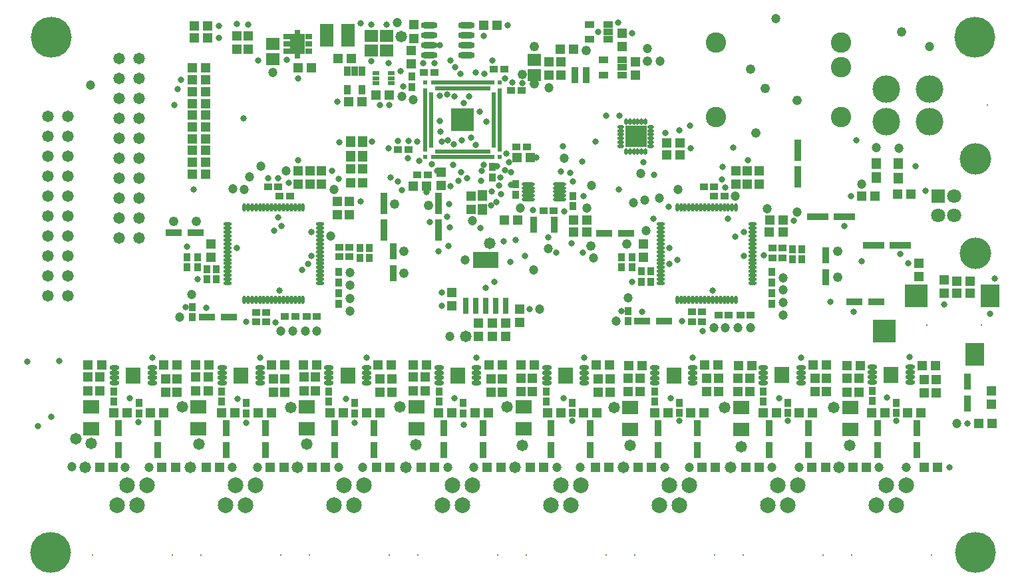
<source format=gts>
%FSLAX24Y24*%
%MOIN*%
G70*
G01*
G75*
G04 Layer_Color=8388736*
%ADD10R,0.0433X0.0394*%
%ADD11R,0.0591X0.1102*%
%ADD12R,0.0394X0.0433*%
%ADD13R,0.0709X0.0256*%
%ADD14R,0.0256X0.0709*%
%ADD15R,0.0256X0.1024*%
%ADD16R,0.1024X0.0256*%
%ADD17R,0.0276X0.0354*%
%ADD18C,0.0394*%
%ADD19R,0.0709X0.0630*%
%ADD20R,0.0354X0.0276*%
%ADD21O,0.0571X0.0098*%
%ADD22R,0.0236X0.0748*%
%ADD23R,0.1220X0.0748*%
%ADD24R,0.0276X0.0394*%
%ADD25R,0.0256X0.0157*%
%ADD26R,0.0591X0.0512*%
%ADD27R,0.0394X0.0276*%
%ADD28R,0.0276X0.0709*%
%ADD29O,0.0748X0.0236*%
%ADD30R,0.0276X0.0177*%
%ADD31R,0.0650X0.0965*%
%ADD32R,0.0177X0.0207*%
%ADD33O,0.0335X0.0118*%
%ADD34O,0.0118X0.0335*%
%ADD35R,0.0984X0.0984*%
%ADD36O,0.0098X0.0256*%
%ADD37O,0.0256X0.0098*%
%ADD38R,0.0276X0.0118*%
%ADD39R,0.0681X0.0728*%
%ADD40O,0.0402X0.0161*%
%ADD41R,0.1102X0.1102*%
%ADD42R,0.0118X0.0118*%
%ADD43R,0.0118X0.0118*%
%ADD44R,0.0866X0.1102*%
%ADD45R,0.1102X0.1102*%
%ADD46R,0.0433X0.0472*%
%ADD47C,0.0080*%
%ADD48C,0.0120*%
%ADD49C,0.0200*%
%ADD50C,0.0250*%
%ADD51C,0.0350*%
%ADD52C,0.0060*%
%ADD53C,0.0500*%
%ADD54C,0.0100*%
%ADD55C,0.0300*%
%ADD56C,0.0705*%
%ADD57C,0.0500*%
%ADD58C,0.1969*%
%ADD59C,0.1299*%
%ADD60C,0.1496*%
%ADD61R,0.0630X0.0630*%
%ADD62C,0.0630*%
%ADD63C,0.0945*%
%ADD64C,0.0200*%
%ADD65C,0.0240*%
%ADD66C,0.0400*%
%ADD67C,0.0260*%
%ADD68C,0.0160*%
%ADD69C,0.0400*%
%ADD70C,0.0750*%
%ADD71C,0.1680*%
%ADD72C,0.0770*%
%ADD73C,0.1581*%
%ADD74C,0.1109*%
%ADD75C,0.1306*%
%ADD76C,0.0762*%
%ADD77C,0.0951*%
%ADD78C,0.1069*%
%ADD79C,0.0520*%
%ADD80C,0.0600*%
%ADD81C,0.0680*%
%ADD82C,0.1778*%
%ADD83C,0.0530*%
%ADD84R,0.2205X0.0827*%
%ADD85R,0.0118X0.0276*%
%ADD86O,0.0138X0.0551*%
%ADD87C,0.0157*%
%ADD88C,0.0098*%
%ADD89C,0.0039*%
%ADD90C,0.0079*%
%ADD91C,0.0020*%
%ADD92C,0.0063*%
%ADD93C,0.0032*%
%ADD94C,0.0059*%
%ADD95R,0.0513X0.0474*%
%ADD96R,0.0671X0.1182*%
%ADD97R,0.0474X0.0513*%
%ADD98R,0.0789X0.0336*%
%ADD99R,0.0336X0.0789*%
%ADD100R,0.0336X0.1104*%
%ADD101R,0.1104X0.0336*%
%ADD102R,0.0356X0.0434*%
%ADD103C,0.0474*%
%ADD104R,0.0789X0.0710*%
%ADD105R,0.0434X0.0356*%
%ADD106O,0.0651X0.0178*%
%ADD107R,0.0316X0.0828*%
%ADD108R,0.1300X0.0828*%
%ADD109R,0.0356X0.0474*%
%ADD110R,0.0336X0.0237*%
%ADD111R,0.0671X0.0592*%
%ADD112R,0.0474X0.0356*%
%ADD113R,0.0356X0.0789*%
%ADD114O,0.0828X0.0316*%
%ADD115R,0.0356X0.0257*%
%ADD116R,0.0730X0.1045*%
%ADD117R,0.0257X0.0287*%
%ADD118O,0.0415X0.0198*%
%ADD119O,0.0198X0.0415*%
%ADD120R,0.1064X0.1064*%
%ADD121O,0.0178X0.0336*%
%ADD122O,0.0336X0.0178*%
%ADD123R,0.0356X0.0198*%
%ADD124R,0.0761X0.0808*%
%ADD125O,0.0482X0.0241*%
%ADD126R,0.1182X0.1182*%
%ADD127R,0.0198X0.0198*%
%ADD128R,0.0198X0.0198*%
%ADD129R,0.0946X0.1182*%
%ADD130R,0.1182X0.1182*%
%ADD131R,0.0513X0.0552*%
%ADD132C,0.0785*%
%ADD133C,0.0080*%
%ADD134C,0.0580*%
%ADD135C,0.2049*%
%ADD136C,0.1379*%
%ADD137C,0.1576*%
%ADD138R,0.0710X0.0710*%
%ADD139C,0.0710*%
%ADD140C,0.1025*%
%ADD141C,0.0320*%
%ADD142C,0.0480*%
D64*
X22433Y23497D02*
D03*
Y23167D02*
D03*
Y22837D02*
D03*
X22093D02*
D03*
Y23167D02*
D03*
Y23497D02*
D03*
X21743D02*
D03*
Y23167D02*
D03*
Y22837D02*
D03*
D65*
X5784Y10548D02*
D03*
Y10174D02*
D03*
X5429Y10548D02*
D03*
Y10174D02*
D03*
X27435Y10535D02*
D03*
Y10161D02*
D03*
X27081Y10535D02*
D03*
Y10161D02*
D03*
X38284Y10550D02*
D03*
Y10176D02*
D03*
X37930Y10550D02*
D03*
Y10176D02*
D03*
X32862Y10539D02*
D03*
Y10165D02*
D03*
X32507Y10539D02*
D03*
Y10165D02*
D03*
X43745Y10579D02*
D03*
Y10205D02*
D03*
X43390Y10579D02*
D03*
Y10205D02*
D03*
X16532Y10548D02*
D03*
Y10174D02*
D03*
X16177Y10548D02*
D03*
Y10174D02*
D03*
X11177Y10548D02*
D03*
Y10174D02*
D03*
X10823Y10548D02*
D03*
Y10174D02*
D03*
X22043Y10548D02*
D03*
Y10174D02*
D03*
X21689Y10548D02*
D03*
Y10174D02*
D03*
D95*
X23599Y12989D02*
D03*
X24268D02*
D03*
X9339Y27870D02*
D03*
X8670D02*
D03*
X9339Y27290D02*
D03*
X8670D02*
D03*
X32325Y21420D02*
D03*
X32995D02*
D03*
X47522Y14485D02*
D03*
X46853D02*
D03*
X25013Y10863D02*
D03*
X25682D02*
D03*
X29473Y10870D02*
D03*
X28803D02*
D03*
X37828Y8474D02*
D03*
X37158D02*
D03*
X36304Y5752D02*
D03*
X36973D02*
D03*
X27040Y8474D02*
D03*
X26371D02*
D03*
X25496Y5752D02*
D03*
X26165D02*
D03*
X39628Y8474D02*
D03*
X38958D02*
D03*
X28840D02*
D03*
X28171D02*
D03*
X40280Y5752D02*
D03*
X39611D02*
D03*
X29433Y5752D02*
D03*
X28764D02*
D03*
X43270Y8468D02*
D03*
X42601D02*
D03*
X41658Y5746D02*
D03*
X42327D02*
D03*
X32395Y8474D02*
D03*
X31725D02*
D03*
X30880Y5752D02*
D03*
X31550D02*
D03*
X45070Y8468D02*
D03*
X44401D02*
D03*
X34195Y8474D02*
D03*
X33525D02*
D03*
X45895Y5750D02*
D03*
X45225D02*
D03*
X34778Y5752D02*
D03*
X34109D02*
D03*
X24858Y18147D02*
D03*
X24189D02*
D03*
X27654Y17556D02*
D03*
X28323D02*
D03*
X27654Y18147D02*
D03*
X28323D02*
D03*
X38145Y17530D02*
D03*
X37475D02*
D03*
X38149Y18130D02*
D03*
X37480D02*
D03*
X47522Y15076D02*
D03*
X46853D02*
D03*
X47945Y7950D02*
D03*
X48615D02*
D03*
X44575Y19430D02*
D03*
X43905D02*
D03*
X42102Y19331D02*
D03*
X42771D02*
D03*
X23599Y12320D02*
D03*
X24268D02*
D03*
X12477Y5755D02*
D03*
X13146D02*
D03*
X23343D02*
D03*
X24012D02*
D03*
X11847Y8472D02*
D03*
X12516D02*
D03*
X22713D02*
D03*
X23382D02*
D03*
X9917Y5755D02*
D03*
X9248D02*
D03*
X10036Y8472D02*
D03*
X10705D02*
D03*
X20705Y5755D02*
D03*
X20036D02*
D03*
X20902Y8472D02*
D03*
X21571D02*
D03*
X12516Y10873D02*
D03*
X13185D02*
D03*
X23421Y10873D02*
D03*
X24091D02*
D03*
X9406Y10873D02*
D03*
X8736D02*
D03*
X20311D02*
D03*
X19642D02*
D03*
X7043Y5755D02*
D03*
X7713D02*
D03*
X17792D02*
D03*
X18461D02*
D03*
X6453Y8472D02*
D03*
X7122D02*
D03*
X17280D02*
D03*
X17949D02*
D03*
X4595Y5755D02*
D03*
X3926D02*
D03*
X4642Y8472D02*
D03*
X5311D02*
D03*
X15232Y5755D02*
D03*
X14563D02*
D03*
X15469Y8472D02*
D03*
X16138D02*
D03*
X7122Y10873D02*
D03*
X7791D02*
D03*
X17870D02*
D03*
X18540D02*
D03*
X4012D02*
D03*
X3343D02*
D03*
X14799D02*
D03*
X14130D02*
D03*
X17063Y24072D02*
D03*
X16394D02*
D03*
X24825Y21280D02*
D03*
X25495D02*
D03*
X20310Y19836D02*
D03*
X19640D02*
D03*
X18441Y24426D02*
D03*
X17772D02*
D03*
X13859Y25794D02*
D03*
X14528D02*
D03*
X15855Y26240D02*
D03*
X16525D02*
D03*
X27678Y26703D02*
D03*
X27009D02*
D03*
X32325Y22000D02*
D03*
X32995D02*
D03*
X23166Y27911D02*
D03*
X23835D02*
D03*
X9240Y25762D02*
D03*
X8571D02*
D03*
X9240Y20447D02*
D03*
X8571D02*
D03*
X9240Y21037D02*
D03*
X8571D02*
D03*
X9240Y21628D02*
D03*
X8571D02*
D03*
X9240Y22218D02*
D03*
X8571D02*
D03*
X9240Y23399D02*
D03*
X8571D02*
D03*
X9240Y23990D02*
D03*
X8571D02*
D03*
X9240Y24581D02*
D03*
X8571D02*
D03*
X9240Y25171D02*
D03*
X8571D02*
D03*
X34227Y10870D02*
D03*
X34896D02*
D03*
X45123Y10844D02*
D03*
X45792D02*
D03*
X31087Y10860D02*
D03*
X30418D02*
D03*
X42034Y10859D02*
D03*
X41365D02*
D03*
X39651Y10870D02*
D03*
X40320D02*
D03*
X36590Y10860D02*
D03*
X35920D02*
D03*
X9240Y22809D02*
D03*
X8571D02*
D03*
D96*
X16360Y27400D02*
D03*
X15297D02*
D03*
D97*
X10780Y27379D02*
D03*
Y26710D02*
D03*
X11360Y27379D02*
D03*
Y26710D02*
D03*
X28902Y9512D02*
D03*
Y10181D02*
D03*
X25595Y9531D02*
D03*
Y10200D02*
D03*
X25013Y10211D02*
D03*
Y9542D02*
D03*
X29492Y10181D02*
D03*
Y9512D02*
D03*
X36374Y19938D02*
D03*
Y20608D02*
D03*
X36965Y19938D02*
D03*
Y20608D02*
D03*
X35784Y19938D02*
D03*
Y20608D02*
D03*
X31177Y16277D02*
D03*
Y16946D02*
D03*
X44950Y15975D02*
D03*
Y15305D02*
D03*
X46230Y15155D02*
D03*
Y14485D02*
D03*
X48610Y9575D02*
D03*
Y8905D02*
D03*
X14445Y19938D02*
D03*
Y20608D02*
D03*
X13854Y19938D02*
D03*
Y20608D02*
D03*
X16414Y19072D02*
D03*
Y18403D02*
D03*
X15823Y19072D02*
D03*
Y18403D02*
D03*
X15036Y20608D02*
D03*
Y19938D02*
D03*
X9484Y16277D02*
D03*
Y16946D02*
D03*
X24957Y13678D02*
D03*
Y13009D02*
D03*
X21571Y13836D02*
D03*
Y14505D02*
D03*
X22910Y12300D02*
D03*
Y12970D02*
D03*
X13205Y9515D02*
D03*
Y10184D02*
D03*
X24110Y9515D02*
D03*
Y10184D02*
D03*
X8717Y9594D02*
D03*
Y10263D02*
D03*
X19622Y9594D02*
D03*
Y10263D02*
D03*
X9347D02*
D03*
Y9594D02*
D03*
X20213Y10263D02*
D03*
Y9594D02*
D03*
X12614Y10184D02*
D03*
Y9515D02*
D03*
X23520Y10184D02*
D03*
Y9515D02*
D03*
X7811D02*
D03*
Y10184D02*
D03*
X18559Y9515D02*
D03*
Y10184D02*
D03*
X3323Y9594D02*
D03*
Y10263D02*
D03*
X14150Y9594D02*
D03*
Y10263D02*
D03*
X3914Y10263D02*
D03*
Y9594D02*
D03*
X14740Y10263D02*
D03*
Y9594D02*
D03*
X7221Y10184D02*
D03*
Y9515D02*
D03*
X17969Y10184D02*
D03*
Y9515D02*
D03*
X30099Y27510D02*
D03*
Y26840D02*
D03*
X26438Y25423D02*
D03*
Y26092D02*
D03*
X30769Y25423D02*
D03*
Y26092D02*
D03*
X27029D02*
D03*
Y25423D02*
D03*
X19674Y27930D02*
D03*
Y27261D02*
D03*
X19524Y26631D02*
D03*
Y25962D02*
D03*
X16490Y20695D02*
D03*
Y20025D02*
D03*
X17093Y20695D02*
D03*
Y20026D02*
D03*
X22519Y19355D02*
D03*
Y18685D02*
D03*
X34916Y9551D02*
D03*
Y10220D02*
D03*
X45812Y9486D02*
D03*
Y10156D02*
D03*
X30398Y9541D02*
D03*
Y10210D02*
D03*
X41363Y9526D02*
D03*
Y10195D02*
D03*
X30989Y10210D02*
D03*
Y9541D02*
D03*
X41953Y10195D02*
D03*
Y9526D02*
D03*
X34335Y10210D02*
D03*
Y9541D02*
D03*
X45221Y10156D02*
D03*
Y9486D02*
D03*
X40340Y9551D02*
D03*
Y10220D02*
D03*
X35901Y9541D02*
D03*
Y10210D02*
D03*
X36491D02*
D03*
Y9541D02*
D03*
X39759Y10210D02*
D03*
Y9541D02*
D03*
X21020Y20558D02*
D03*
Y19888D02*
D03*
D98*
X29209Y17478D02*
D03*
X30311D02*
D03*
X7634Y17517D02*
D03*
X8736D02*
D03*
X32191Y13070D02*
D03*
X31089D02*
D03*
X41719Y14060D02*
D03*
X42821D02*
D03*
X10381Y13270D02*
D03*
X9279D02*
D03*
D99*
X23126Y7724D02*
D03*
Y6621D02*
D03*
X12221Y7724D02*
D03*
Y6621D02*
D03*
X21158Y7724D02*
D03*
Y6621D02*
D03*
X10252Y7724D02*
D03*
Y6621D02*
D03*
X17654Y7724D02*
D03*
Y6621D02*
D03*
X6827Y7724D02*
D03*
Y6621D02*
D03*
X15685Y7724D02*
D03*
Y6621D02*
D03*
X44867Y7715D02*
D03*
Y6612D02*
D03*
X33853Y7720D02*
D03*
Y6618D02*
D03*
X42898Y7715D02*
D03*
Y6612D02*
D03*
X31884Y7720D02*
D03*
Y6618D02*
D03*
X39434Y7720D02*
D03*
Y6618D02*
D03*
X28508Y7720D02*
D03*
Y6618D02*
D03*
X37466Y7720D02*
D03*
Y6618D02*
D03*
X26540Y7720D02*
D03*
Y6618D02*
D03*
X18618Y15470D02*
D03*
Y16572D02*
D03*
X47400Y10041D02*
D03*
Y8939D02*
D03*
X40311Y15273D02*
D03*
Y16375D02*
D03*
X4858Y7724D02*
D03*
Y6621D02*
D03*
D100*
X20902Y17635D02*
D03*
Y18974D02*
D03*
X18146Y17635D02*
D03*
Y18974D02*
D03*
X38900Y21639D02*
D03*
Y20301D02*
D03*
D101*
X42691Y16880D02*
D03*
X44029D02*
D03*
X39891Y18320D02*
D03*
X41230D02*
D03*
D102*
X38393Y8468D02*
D03*
Y8980D02*
D03*
X27606Y8468D02*
D03*
Y8980D02*
D03*
X43835Y8462D02*
D03*
Y8974D02*
D03*
X32960Y8468D02*
D03*
Y8980D02*
D03*
X26303Y9039D02*
D03*
Y9551D02*
D03*
X24760Y19426D02*
D03*
Y19938D02*
D03*
X27634Y19348D02*
D03*
Y18836D02*
D03*
X39090Y16693D02*
D03*
Y16181D02*
D03*
X38628Y16693D02*
D03*
Y16181D02*
D03*
X30587Y16277D02*
D03*
Y15765D02*
D03*
X30075Y16277D02*
D03*
Y15765D02*
D03*
X8550Y13274D02*
D03*
Y13786D02*
D03*
X9760Y15174D02*
D03*
Y15686D02*
D03*
X9288Y15174D02*
D03*
Y15686D02*
D03*
X17437Y16749D02*
D03*
Y16237D02*
D03*
X16965Y16749D02*
D03*
Y16237D02*
D03*
X8303Y16277D02*
D03*
Y15765D02*
D03*
X8815Y16277D02*
D03*
Y15765D02*
D03*
X4622Y9043D02*
D03*
Y9554D02*
D03*
X10016Y9043D02*
D03*
Y9554D02*
D03*
X15410Y9043D02*
D03*
Y9554D02*
D03*
X20921Y9043D02*
D03*
Y9554D02*
D03*
X15902Y15529D02*
D03*
Y15017D02*
D03*
X11276Y8964D02*
D03*
Y8452D02*
D03*
X22142Y8964D02*
D03*
Y8452D02*
D03*
X15902Y14466D02*
D03*
Y13954D02*
D03*
X5882Y8964D02*
D03*
Y8452D02*
D03*
X16709Y8964D02*
D03*
Y8452D02*
D03*
X19563Y25332D02*
D03*
Y24820D02*
D03*
X23590Y20284D02*
D03*
Y20796D02*
D03*
X31727Y9039D02*
D03*
Y9551D02*
D03*
X37151Y9039D02*
D03*
Y9551D02*
D03*
X42623Y9073D02*
D03*
Y9585D02*
D03*
X37595Y15529D02*
D03*
Y15017D02*
D03*
X37595Y14466D02*
D03*
Y13954D02*
D03*
X31059Y15056D02*
D03*
Y15568D02*
D03*
X31532Y15056D02*
D03*
Y15568D02*
D03*
X30380Y13064D02*
D03*
Y13576D02*
D03*
D103*
X26815Y5752D02*
D03*
X27996D02*
D03*
X42831Y21769D02*
D03*
X43950Y21750D02*
D03*
X18830Y28040D02*
D03*
X27190Y21240D02*
D03*
X26430Y24790D02*
D03*
X3470Y24910D02*
D03*
X25960Y13680D02*
D03*
X2530Y5770D02*
D03*
X21470Y12300D02*
D03*
X22240Y16150D02*
D03*
X45500Y26840D02*
D03*
X12600Y25550D02*
D03*
X42090Y19930D02*
D03*
X29800Y13070D02*
D03*
X7940Y13270D02*
D03*
X46850Y7930D02*
D03*
X37780Y28240D02*
D03*
X32000Y26120D02*
D03*
X8540Y14420D02*
D03*
X31020Y20480D02*
D03*
X16453Y14879D02*
D03*
X10580Y19700D02*
D03*
X16453Y15509D02*
D03*
Y13580D02*
D03*
Y14210D02*
D03*
X14230Y12580D02*
D03*
X14810D02*
D03*
X13590D02*
D03*
X11170Y19690D02*
D03*
X13010Y12580D02*
D03*
X15670Y19680D02*
D03*
X28550Y19880D02*
D03*
X38860Y18540D02*
D03*
X25660Y15630D02*
D03*
X24996Y18737D02*
D03*
X30380Y14250D02*
D03*
X26410Y16720D02*
D03*
X22580Y18120D02*
D03*
X28343Y18737D02*
D03*
X38146Y14643D02*
D03*
X31960Y19240D02*
D03*
X38146Y15234D02*
D03*
X13270Y20620D02*
D03*
X38146Y13383D02*
D03*
X15510Y17340D02*
D03*
X31280Y17620D02*
D03*
X38146Y14013D02*
D03*
X35770Y19340D02*
D03*
X35900Y12730D02*
D03*
X28650Y16240D02*
D03*
X11980Y20850D02*
D03*
X36520Y12730D02*
D03*
X11430Y20300D02*
D03*
X35270Y12760D02*
D03*
X32900Y19680D02*
D03*
X19051Y24328D02*
D03*
X31240Y19140D02*
D03*
X34680Y12760D02*
D03*
X37370Y18720D02*
D03*
X19642Y24171D02*
D03*
X30666Y19013D02*
D03*
X11827Y5755D02*
D03*
X22654D02*
D03*
X10567D02*
D03*
X21354D02*
D03*
X6394D02*
D03*
X17103D02*
D03*
X5194Y5755D02*
D03*
X15882Y5755D02*
D03*
X33459Y5752D02*
D03*
X44316Y5746D02*
D03*
X32239Y5752D02*
D03*
X42977Y5746D02*
D03*
X38962Y5752D02*
D03*
X37584D02*
D03*
X31350Y26730D02*
D03*
D104*
X25162Y7681D02*
D03*
Y8783D02*
D03*
X3480Y7684D02*
D03*
Y8787D02*
D03*
X8874Y7684D02*
D03*
Y8787D02*
D03*
X14307Y7684D02*
D03*
Y8787D02*
D03*
X19780Y7684D02*
D03*
Y8787D02*
D03*
X30506Y7641D02*
D03*
Y8744D02*
D03*
X36058Y7632D02*
D03*
Y8734D02*
D03*
X41520Y7636D02*
D03*
Y8738D02*
D03*
D105*
X26163Y18619D02*
D03*
X26674D02*
D03*
X38126Y16733D02*
D03*
X37614D02*
D03*
X38126Y16260D02*
D03*
X37614D02*
D03*
X33593Y13528D02*
D03*
X34105D02*
D03*
X33593Y13055D02*
D03*
X34105D02*
D03*
X16433Y16769D02*
D03*
X15921D02*
D03*
X16433Y16297D02*
D03*
X15921D02*
D03*
X11750Y13046D02*
D03*
X12262D02*
D03*
X11750Y13518D02*
D03*
X12262D02*
D03*
X12938Y19338D02*
D03*
X13450D02*
D03*
X12858Y19800D02*
D03*
X12346D02*
D03*
X14806Y13310D02*
D03*
X14294D02*
D03*
X13716D02*
D03*
X13204D02*
D03*
X25316Y21810D02*
D03*
X24804D02*
D03*
X25055Y24643D02*
D03*
X24543D02*
D03*
X18874Y21690D02*
D03*
X19386D02*
D03*
X24189Y25706D02*
D03*
X23677D02*
D03*
X20173Y25557D02*
D03*
X20685D02*
D03*
X19837Y20427D02*
D03*
X20349D02*
D03*
X36526Y13370D02*
D03*
X36014D02*
D03*
X35436D02*
D03*
X34924D02*
D03*
X34701Y19328D02*
D03*
X35213D02*
D03*
X34701Y19800D02*
D03*
X34189D02*
D03*
D106*
X25380Y19958D02*
D03*
Y19761D02*
D03*
Y19564D02*
D03*
Y19367D02*
D03*
Y19171D02*
D03*
X26975Y19958D02*
D03*
Y19761D02*
D03*
Y19564D02*
D03*
Y19367D02*
D03*
Y19171D02*
D03*
D107*
X22264Y13836D02*
D03*
X22764D02*
D03*
X23264D02*
D03*
X23764D02*
D03*
X24264D02*
D03*
D108*
X23264Y16159D02*
D03*
D109*
X17063Y25608D02*
D03*
X16689D02*
D03*
X16315D02*
D03*
Y24663D02*
D03*
X17063D02*
D03*
D110*
X18520Y25509D02*
D03*
Y25253D02*
D03*
Y24997D02*
D03*
X17772D02*
D03*
Y25253D02*
D03*
Y25509D02*
D03*
D111*
X12590Y26226D02*
D03*
Y26974D02*
D03*
X17516Y26631D02*
D03*
Y27379D02*
D03*
X18303Y26631D02*
D03*
Y27379D02*
D03*
X25690Y26171D02*
D03*
Y25423D02*
D03*
D112*
X29391Y27195D02*
D03*
Y27569D02*
D03*
Y27943D02*
D03*
X28446D02*
D03*
Y27195D02*
D03*
X30099Y25423D02*
D03*
Y25797D02*
D03*
Y26171D02*
D03*
X29154D02*
D03*
Y25423D02*
D03*
D113*
X28308Y25403D02*
D03*
X27717D02*
D03*
D114*
X22281Y26413D02*
D03*
Y26913D02*
D03*
Y27413D02*
D03*
Y27913D02*
D03*
X20430Y26413D02*
D03*
Y26913D02*
D03*
Y27413D02*
D03*
Y27913D02*
D03*
D115*
X13288Y26601D02*
D03*
Y26975D02*
D03*
Y27349D02*
D03*
X14391Y26601D02*
D03*
Y26975D02*
D03*
Y27349D02*
D03*
D116*
X13839Y26975D02*
D03*
D117*
Y26394D02*
D03*
Y27556D02*
D03*
D118*
X14947Y17930D02*
D03*
Y17734D02*
D03*
Y17537D02*
D03*
Y17340D02*
D03*
Y17143D02*
D03*
Y16946D02*
D03*
Y16749D02*
D03*
Y16552D02*
D03*
Y16356D02*
D03*
Y16159D02*
D03*
Y15962D02*
D03*
Y15765D02*
D03*
Y15568D02*
D03*
Y15371D02*
D03*
Y15174D02*
D03*
Y14978D02*
D03*
X10321D02*
D03*
Y15174D02*
D03*
Y15371D02*
D03*
Y15568D02*
D03*
Y15765D02*
D03*
Y15962D02*
D03*
Y16159D02*
D03*
Y16356D02*
D03*
Y16552D02*
D03*
Y16749D02*
D03*
Y16946D02*
D03*
Y17143D02*
D03*
Y17340D02*
D03*
Y17537D02*
D03*
Y17734D02*
D03*
Y17930D02*
D03*
X36640D02*
D03*
Y17734D02*
D03*
Y17537D02*
D03*
Y17340D02*
D03*
Y17143D02*
D03*
Y16946D02*
D03*
Y16749D02*
D03*
Y16552D02*
D03*
Y16356D02*
D03*
Y16159D02*
D03*
Y15962D02*
D03*
Y15765D02*
D03*
Y15568D02*
D03*
Y15371D02*
D03*
Y15174D02*
D03*
Y14978D02*
D03*
X32014D02*
D03*
Y15174D02*
D03*
Y15371D02*
D03*
Y15568D02*
D03*
Y15765D02*
D03*
Y15962D02*
D03*
Y16159D02*
D03*
Y16356D02*
D03*
Y16552D02*
D03*
Y16749D02*
D03*
Y16946D02*
D03*
Y17143D02*
D03*
Y17340D02*
D03*
Y17537D02*
D03*
Y17734D02*
D03*
Y17930D02*
D03*
D119*
X14110Y14141D02*
D03*
X13914D02*
D03*
X13717D02*
D03*
X13520D02*
D03*
X13323D02*
D03*
X13126D02*
D03*
X12929D02*
D03*
X12732D02*
D03*
X12536D02*
D03*
X12339D02*
D03*
X12142D02*
D03*
X11945D02*
D03*
X11748D02*
D03*
X11551D02*
D03*
X11354D02*
D03*
X11158D02*
D03*
Y18767D02*
D03*
X11354D02*
D03*
X11551D02*
D03*
X11748D02*
D03*
X11945D02*
D03*
X12142D02*
D03*
X12339D02*
D03*
X12536D02*
D03*
X12732D02*
D03*
X12929D02*
D03*
X13126D02*
D03*
X13323D02*
D03*
X13520D02*
D03*
X13717D02*
D03*
X13914D02*
D03*
X14110D02*
D03*
X35803Y14141D02*
D03*
X35606D02*
D03*
X35410D02*
D03*
X35213D02*
D03*
X35016D02*
D03*
X34819D02*
D03*
X34622D02*
D03*
X34425D02*
D03*
X34228D02*
D03*
X34032D02*
D03*
X33835D02*
D03*
X33638D02*
D03*
X33441D02*
D03*
X33244D02*
D03*
X33047D02*
D03*
X32851D02*
D03*
Y18767D02*
D03*
X33047D02*
D03*
X33244D02*
D03*
X33441D02*
D03*
X33638D02*
D03*
X33835D02*
D03*
X34032D02*
D03*
X34228D02*
D03*
X34425D02*
D03*
X34622D02*
D03*
X34819D02*
D03*
X35016D02*
D03*
X35213D02*
D03*
X35410D02*
D03*
X35606D02*
D03*
X35803D02*
D03*
D120*
X30780Y22330D02*
D03*
D121*
X31272Y21572D02*
D03*
X31075D02*
D03*
X30878D02*
D03*
X30682D02*
D03*
X30485D02*
D03*
X30288D02*
D03*
Y23088D02*
D03*
X30485D02*
D03*
X30682D02*
D03*
X30878D02*
D03*
X31075D02*
D03*
X31272D02*
D03*
D122*
X30022Y21838D02*
D03*
Y22035D02*
D03*
Y22232D02*
D03*
Y22428D02*
D03*
Y22625D02*
D03*
Y22822D02*
D03*
X31538D02*
D03*
Y22625D02*
D03*
Y22428D02*
D03*
Y22232D02*
D03*
Y22035D02*
D03*
Y21838D02*
D03*
D123*
X25646Y17615D02*
D03*
Y17812D02*
D03*
Y18009D02*
D03*
Y18206D02*
D03*
X26709Y17615D02*
D03*
Y17812D02*
D03*
Y18009D02*
D03*
Y18206D02*
D03*
D124*
X5606Y10361D02*
D03*
X27258Y10348D02*
D03*
X38107Y10363D02*
D03*
X32684Y10352D02*
D03*
X43568Y10392D02*
D03*
X16354Y10361D02*
D03*
X11000D02*
D03*
X21866D02*
D03*
D125*
X6551Y9978D02*
D03*
Y10234D02*
D03*
Y10489D02*
D03*
Y10745D02*
D03*
X4662D02*
D03*
Y10489D02*
D03*
Y10234D02*
D03*
Y9978D02*
D03*
X28203Y9964D02*
D03*
Y10220D02*
D03*
Y10476D02*
D03*
Y10732D02*
D03*
X26313D02*
D03*
Y10476D02*
D03*
Y10220D02*
D03*
Y9964D02*
D03*
X39052Y9979D02*
D03*
Y10235D02*
D03*
Y10491D02*
D03*
Y10747D02*
D03*
X37162D02*
D03*
Y10491D02*
D03*
Y10235D02*
D03*
Y9979D02*
D03*
X33629Y9969D02*
D03*
Y10224D02*
D03*
Y10480D02*
D03*
Y10736D02*
D03*
X31740D02*
D03*
Y10480D02*
D03*
Y10224D02*
D03*
Y9969D02*
D03*
X44512Y10008D02*
D03*
Y10264D02*
D03*
Y10520D02*
D03*
Y10776D02*
D03*
X42623D02*
D03*
Y10520D02*
D03*
Y10264D02*
D03*
Y10008D02*
D03*
X17299Y9978D02*
D03*
Y10234D02*
D03*
Y10489D02*
D03*
Y10745D02*
D03*
X15410D02*
D03*
Y10489D02*
D03*
Y10234D02*
D03*
Y9978D02*
D03*
X11945D02*
D03*
Y10234D02*
D03*
Y10489D02*
D03*
Y10745D02*
D03*
X10055D02*
D03*
Y10489D02*
D03*
Y10234D02*
D03*
Y9978D02*
D03*
X22811D02*
D03*
Y10234D02*
D03*
Y10489D02*
D03*
Y10745D02*
D03*
X20921D02*
D03*
Y10489D02*
D03*
Y10234D02*
D03*
Y9978D02*
D03*
D126*
X22103Y23167D02*
D03*
X43225Y12576D02*
D03*
D127*
X20823Y21592D02*
D03*
X21020D02*
D03*
X21217D02*
D03*
X21414D02*
D03*
X21610D02*
D03*
X21807D02*
D03*
X22004D02*
D03*
X22201D02*
D03*
X22398D02*
D03*
X22595D02*
D03*
X22792D02*
D03*
X22988D02*
D03*
X23185D02*
D03*
X23382D02*
D03*
X20232Y21297D02*
D03*
X20626D02*
D03*
X20823D02*
D03*
X21020D02*
D03*
X21217D02*
D03*
X21414D02*
D03*
X21610D02*
D03*
X21807D02*
D03*
X22004D02*
D03*
X22201D02*
D03*
X22398D02*
D03*
X22595D02*
D03*
X22792D02*
D03*
X22988D02*
D03*
X23185D02*
D03*
X23382D02*
D03*
X23579D02*
D03*
X23382Y24741D02*
D03*
X23185D02*
D03*
X22988D02*
D03*
X22792D02*
D03*
X22595D02*
D03*
X22398D02*
D03*
X22201D02*
D03*
X22004D02*
D03*
X21807D02*
D03*
X21610D02*
D03*
X21414D02*
D03*
X21217D02*
D03*
X21020D02*
D03*
X20823D02*
D03*
X20626Y25037D02*
D03*
X20823D02*
D03*
X21020D02*
D03*
X21217D02*
D03*
X21414D02*
D03*
X21610D02*
D03*
X21807D02*
D03*
X22004D02*
D03*
X22201D02*
D03*
X22398D02*
D03*
X22595D02*
D03*
X22792D02*
D03*
X22988D02*
D03*
X23185D02*
D03*
X23382D02*
D03*
X23579D02*
D03*
X23973D02*
D03*
D128*
X23677Y21887D02*
D03*
Y22084D02*
D03*
Y22281D02*
D03*
Y22478D02*
D03*
Y22674D02*
D03*
Y22871D02*
D03*
Y23068D02*
D03*
Y23265D02*
D03*
Y23462D02*
D03*
Y23659D02*
D03*
Y23856D02*
D03*
Y24052D02*
D03*
Y24249D02*
D03*
Y24446D02*
D03*
X20528Y21887D02*
D03*
Y22084D02*
D03*
Y22281D02*
D03*
Y22478D02*
D03*
Y22674D02*
D03*
Y22871D02*
D03*
Y23068D02*
D03*
Y23265D02*
D03*
Y23462D02*
D03*
Y23659D02*
D03*
Y23856D02*
D03*
Y24052D02*
D03*
Y24249D02*
D03*
Y24446D02*
D03*
X23973Y21297D02*
D03*
Y21690D02*
D03*
Y21887D02*
D03*
Y22084D02*
D03*
Y22281D02*
D03*
Y22478D02*
D03*
Y22674D02*
D03*
Y22871D02*
D03*
Y23068D02*
D03*
Y23265D02*
D03*
Y23462D02*
D03*
Y23659D02*
D03*
Y23856D02*
D03*
Y24052D02*
D03*
Y24249D02*
D03*
Y24446D02*
D03*
Y24643D02*
D03*
X20232Y25037D02*
D03*
Y24643D02*
D03*
Y24446D02*
D03*
Y24249D02*
D03*
Y24052D02*
D03*
Y23856D02*
D03*
Y23659D02*
D03*
Y23462D02*
D03*
Y23265D02*
D03*
Y23068D02*
D03*
Y22871D02*
D03*
Y22674D02*
D03*
Y22478D02*
D03*
Y22281D02*
D03*
Y22084D02*
D03*
Y21887D02*
D03*
Y21690D02*
D03*
D129*
X47752Y11415D02*
D03*
X48540Y14328D02*
D03*
D130*
X44839D02*
D03*
D131*
X43930Y20970D02*
D03*
Y20261D02*
D03*
X42820Y20979D02*
D03*
Y20270D02*
D03*
X16480Y22069D02*
D03*
Y21360D02*
D03*
X17100Y22069D02*
D03*
Y21360D02*
D03*
X23100Y18680D02*
D03*
Y19389D02*
D03*
D132*
X22099Y3856D02*
D03*
X21099D02*
D03*
X22599Y4856D02*
D03*
X21599D02*
D03*
X16666Y3856D02*
D03*
X15666D02*
D03*
X17166Y4856D02*
D03*
X16166D02*
D03*
X11232Y3856D02*
D03*
X10232D02*
D03*
X11732Y4856D02*
D03*
X10732D02*
D03*
X27532Y3856D02*
D03*
X26532D02*
D03*
X28032Y4856D02*
D03*
X27032D02*
D03*
X5799Y3856D02*
D03*
X4799D02*
D03*
X6299Y4856D02*
D03*
X5299D02*
D03*
X37898D02*
D03*
X38898D02*
D03*
X37398Y3856D02*
D03*
X38398D02*
D03*
X32465Y4856D02*
D03*
X33465D02*
D03*
X31965Y3856D02*
D03*
X32965D02*
D03*
X43340Y4850D02*
D03*
X44340D02*
D03*
X42840Y3850D02*
D03*
X43840D02*
D03*
D133*
X23847Y1356D02*
D03*
X19847D02*
D03*
X18414D02*
D03*
X14414D02*
D03*
X12980D02*
D03*
X8980D02*
D03*
X29280D02*
D03*
X25280D02*
D03*
X7547D02*
D03*
X3547D02*
D03*
X48382Y23895D02*
D03*
X48106Y12871D02*
D03*
X45351D02*
D03*
X36146Y1356D02*
D03*
X40146D02*
D03*
X30713D02*
D03*
X34713D02*
D03*
X41588Y1350D02*
D03*
X45588D02*
D03*
D134*
X2340Y14344D02*
D03*
X1340D02*
D03*
X2340Y15344D02*
D03*
X1340D02*
D03*
X2340Y16344D02*
D03*
X1340D02*
D03*
X2340Y17344D02*
D03*
X1340D02*
D03*
X2340Y18344D02*
D03*
X1340D02*
D03*
X2340Y19344D02*
D03*
X1340D02*
D03*
X2340Y20344D02*
D03*
X1340D02*
D03*
X2340Y21344D02*
D03*
X1340D02*
D03*
X2340Y22344D02*
D03*
X1340D02*
D03*
X2340Y23344D02*
D03*
X1340D02*
D03*
X4890Y17240D02*
D03*
X5890D02*
D03*
X4890Y18240D02*
D03*
X5890D02*
D03*
X4890Y19240D02*
D03*
X5890D02*
D03*
X4890Y20240D02*
D03*
X5890D02*
D03*
X4890Y21240D02*
D03*
X5890D02*
D03*
X4890Y22240D02*
D03*
X5890D02*
D03*
X4890Y23240D02*
D03*
X5890D02*
D03*
X4890Y24240D02*
D03*
X5890D02*
D03*
X4890Y25240D02*
D03*
X5890D02*
D03*
X4890Y26240D02*
D03*
X5890D02*
D03*
X13840Y5760D02*
D03*
X24320Y8780D02*
D03*
X29680Y8760D02*
D03*
X25110Y6860D02*
D03*
X30500Y6830D02*
D03*
X41500Y6850D02*
D03*
X36050Y6790D02*
D03*
X40700Y8730D02*
D03*
X40950Y5740D02*
D03*
X35240Y8730D02*
D03*
X30150Y5750D02*
D03*
X35520D02*
D03*
X18950Y8770D02*
D03*
X22270Y12300D02*
D03*
X19260Y5760D02*
D03*
X19770Y6890D02*
D03*
X24730Y5760D02*
D03*
X14290Y6920D02*
D03*
X8880Y6900D02*
D03*
X13490Y8730D02*
D03*
X8060Y8770D02*
D03*
X8450Y5750D02*
D03*
X3200Y5760D02*
D03*
X2720Y7170D02*
D03*
X3490Y6950D02*
D03*
X19030Y27360D02*
D03*
X23470Y16980D02*
D03*
D135*
X47770Y27300D02*
D03*
X1480D02*
D03*
X47780Y1470D02*
D03*
X1470Y1480D02*
D03*
D136*
X45508Y24722D02*
D03*
Y23068D02*
D03*
X43343Y24722D02*
D03*
Y23068D02*
D03*
D137*
X47795Y21226D02*
D03*
Y16486D02*
D03*
D138*
X45941Y19348D02*
D03*
D139*
Y18363D02*
D03*
X46729Y19348D02*
D03*
Y18363D02*
D03*
D140*
X34809Y27061D02*
D03*
Y23311D02*
D03*
X41059Y27061D02*
D03*
Y25811D02*
D03*
Y23311D02*
D03*
D141*
X11950Y11260D02*
D03*
X13280Y26178D02*
D03*
X13870Y25260D02*
D03*
X11860Y26140D02*
D03*
X28750Y22090D02*
D03*
X29310Y23370D02*
D03*
X37790Y28230D02*
D03*
X41830Y22160D02*
D03*
X23250Y14750D02*
D03*
X21060Y14510D02*
D03*
X21050Y13830D02*
D03*
X32960Y22630D02*
D03*
X25660Y15630D02*
D03*
X27120Y21840D02*
D03*
X29950Y23370D02*
D03*
X31689Y20411D02*
D03*
X31960Y19240D02*
D03*
X32420Y18800D02*
D03*
X31650Y18200D02*
D03*
X13270Y20620D02*
D03*
X13040Y17850D02*
D03*
X16990Y19070D02*
D03*
X35260Y19790D02*
D03*
X35100Y20180D02*
D03*
X35380Y18210D02*
D03*
X17560Y22070D02*
D03*
X15940Y22060D02*
D03*
X19120Y24830D02*
D03*
X27210Y18570D02*
D03*
X25629Y18630D02*
D03*
X24760Y17150D02*
D03*
X14520Y17530D02*
D03*
X20910Y16580D02*
D03*
X19642Y24171D02*
D03*
X19051Y24328D02*
D03*
X28890Y27570D02*
D03*
X7840Y24710D02*
D03*
X7980Y25170D02*
D03*
X8620Y19690D02*
D03*
X11430Y20300D02*
D03*
X12670Y17600D02*
D03*
X12860Y18290D02*
D03*
X33490Y22890D02*
D03*
X35660Y21790D02*
D03*
X32270Y22500D02*
D03*
X34120Y12580D02*
D03*
X36190Y17540D02*
D03*
X33530Y21740D02*
D03*
X26390Y17280D02*
D03*
X36390Y21140D02*
D03*
X10780Y27970D02*
D03*
X9909Y27290D02*
D03*
X11370Y27949D02*
D03*
X9909Y27870D02*
D03*
X1910Y11090D02*
D03*
X18990Y25620D02*
D03*
X7670Y23900D02*
D03*
X44030Y16450D02*
D03*
X17300Y11250D02*
D03*
X42100Y16090D02*
D03*
X44800Y20850D02*
D03*
X30610Y27510D02*
D03*
X38680Y18110D02*
D03*
X36210Y16360D02*
D03*
X37190Y16370D02*
D03*
X31100Y13530D02*
D03*
X44420Y15980D02*
D03*
X48760Y15220D02*
D03*
X46240Y13910D02*
D03*
X48530Y13440D02*
D03*
X47380Y7940D02*
D03*
X46480Y5750D02*
D03*
X21690Y9220D02*
D03*
X32520Y9200D02*
D03*
X27160D02*
D03*
X25460Y13680D02*
D03*
X43350Y9230D02*
D03*
X37950Y9210D02*
D03*
X44510Y11280D02*
D03*
X6550Y11250D02*
D03*
X16260Y9190D02*
D03*
X28190Y11240D02*
D03*
X10830Y9170D02*
D03*
X5440Y9210D02*
D03*
X33630Y11240D02*
D03*
X39060Y11260D02*
D03*
X34620Y14610D02*
D03*
X24240Y25260D02*
D03*
X25110Y25010D02*
D03*
X17000Y28000D02*
D03*
X24370Y27910D02*
D03*
X23150Y27380D02*
D03*
X20140Y26000D02*
D03*
X17530Y26120D02*
D03*
X18380Y26000D02*
D03*
X12600Y25550D02*
D03*
X17520Y27940D02*
D03*
X1480Y8290D02*
D03*
X310Y11030D02*
D03*
X840Y7810D02*
D03*
X18310Y27940D02*
D03*
X30600Y15060D02*
D03*
X8300Y16820D02*
D03*
X8840Y15180D02*
D03*
X14540Y16350D02*
D03*
X10800Y16750D02*
D03*
X32850Y16160D02*
D03*
X32470Y16750D02*
D03*
X33090Y13070D02*
D03*
X15560Y20600D02*
D03*
X12930Y14610D02*
D03*
X14370Y15960D02*
D03*
X11250Y13050D02*
D03*
X12860Y20240D02*
D03*
X15820Y24070D02*
D03*
X29910Y28040D02*
D03*
X15910Y20200D02*
D03*
X12740Y13020D02*
D03*
X41220Y17860D02*
D03*
X45310Y19620D02*
D03*
X41560Y19330D02*
D03*
X22770Y25560D02*
D03*
X20960Y26900D02*
D03*
X21740Y25800D02*
D03*
X21480Y26140D02*
D03*
X20700Y26010D02*
D03*
X22000Y25470D02*
D03*
X23190Y25490D02*
D03*
X23600Y26150D02*
D03*
X41700Y13530D02*
D03*
X32460Y15940D02*
D03*
X40530Y14060D02*
D03*
X22440Y24350D02*
D03*
X22170Y24020D02*
D03*
X21710Y24340D02*
D03*
X11980Y20850D02*
D03*
X12350Y20240D02*
D03*
X13870Y21130D02*
D03*
X18410Y21750D02*
D03*
X17970Y23920D02*
D03*
X18440D02*
D03*
X18860Y22100D02*
D03*
X19400D02*
D03*
X19370Y21260D02*
D03*
X21330Y24460D02*
D03*
X20960Y24380D02*
D03*
X20970Y23120D02*
D03*
X20980Y22580D02*
D03*
X21650Y21950D02*
D03*
X21350Y22150D02*
D03*
X23308Y23088D02*
D03*
X21050Y22085D02*
D03*
X22050Y22150D02*
D03*
X22530Y22280D02*
D03*
X22770Y21910D02*
D03*
X22970Y23570D02*
D03*
X19820Y22090D02*
D03*
X25810Y21280D02*
D03*
X20450Y18040D02*
D03*
X13380Y20010D02*
D03*
X11170Y19690D02*
D03*
X10580Y19700D02*
D03*
X20310Y19560D02*
D03*
X19060Y19630D02*
D03*
X18850Y20070D02*
D03*
X18490Y20290D02*
D03*
X21440Y18960D02*
D03*
X35777Y17305D02*
D03*
X28650Y16240D02*
D03*
X9270Y13730D02*
D03*
X5870Y8000D02*
D03*
X11270Y7980D02*
D03*
X16710Y7970D02*
D03*
X22150Y7890D02*
D03*
X8240Y13790D02*
D03*
X30070Y13590D02*
D03*
X27600Y8070D02*
D03*
X32960Y8080D02*
D03*
X38390D02*
D03*
X43840Y8070D02*
D03*
X23000Y17730D02*
D03*
X35140Y20800D02*
D03*
X22810Y11250D02*
D03*
X26800Y16510D02*
D03*
X26410Y16720D02*
D03*
X14060Y15630D02*
D03*
X25230Y16350D02*
D03*
X24510Y16050D02*
D03*
X24170Y17080D02*
D03*
X20550Y20930D02*
D03*
X19920Y21100D02*
D03*
X27550Y16990D02*
D03*
X28343Y18737D02*
D03*
X28130Y16520D02*
D03*
X28150Y19350D02*
D03*
X31147Y21029D02*
D03*
X24300Y21470D02*
D03*
X28110Y21070D02*
D03*
X23940Y19870D02*
D03*
X23150Y20910D02*
D03*
X23830Y20830D02*
D03*
X24429Y21049D02*
D03*
X23800Y19060D02*
D03*
X24516Y19924D02*
D03*
X24540Y20540D02*
D03*
X24240Y20644D02*
D03*
X24000Y20290D02*
D03*
X23540Y18890D02*
D03*
X24020Y19450D02*
D03*
X23558Y19582D02*
D03*
X23060Y20610D02*
D03*
X23030Y20100D02*
D03*
X21880Y20120D02*
D03*
X20820Y20600D02*
D03*
X21640Y20920D02*
D03*
X22023Y20537D02*
D03*
X22320Y20240D02*
D03*
X21390Y16860D02*
D03*
X21340Y18300D02*
D03*
X21450Y17770D02*
D03*
X21510Y19840D02*
D03*
X23690Y15040D02*
D03*
X27490Y20500D02*
D03*
X27630Y20080D02*
D03*
X27030Y20570D02*
D03*
X29920Y19670D02*
D03*
X24610Y25050D02*
D03*
X11120Y23240D02*
D03*
D142*
X20390Y18890D02*
D03*
X36780Y22513D02*
D03*
X40890Y16570D02*
D03*
X40900Y15280D02*
D03*
X30320Y16930D02*
D03*
X19150Y16570D02*
D03*
Y15470D02*
D03*
X8770Y18090D02*
D03*
X7634Y18064D02*
D03*
X28280Y26640D02*
D03*
X25700Y26840D02*
D03*
X31350Y26120D02*
D03*
X37260Y24740D02*
D03*
X36540Y25720D02*
D03*
X38860Y24130D02*
D03*
X44110Y27570D02*
D03*
X18700Y18940D02*
D03*
X28540Y16850D02*
D03*
X25680Y24980D02*
D03*
X25110Y25440D02*
D03*
M02*

</source>
